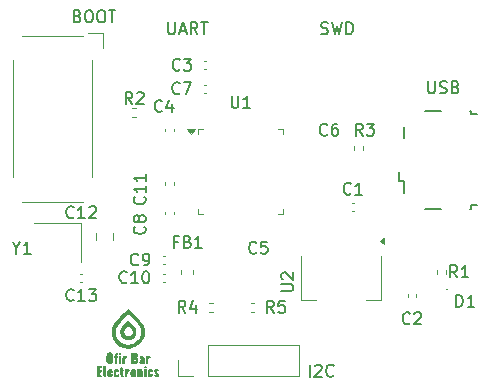
<source format=gbr>
%TF.GenerationSoftware,KiCad,Pcbnew,8.0.3*%
%TF.CreationDate,2025-07-01T21:47:02+03:00*%
%TF.ProjectId,stm,73746d2e-6b69-4636-9164-5f7063625858,rev?*%
%TF.SameCoordinates,Original*%
%TF.FileFunction,Legend,Top*%
%TF.FilePolarity,Positive*%
%FSLAX46Y46*%
G04 Gerber Fmt 4.6, Leading zero omitted, Abs format (unit mm)*
G04 Created by KiCad (PCBNEW 8.0.3) date 2025-07-01 21:47:02*
%MOMM*%
%LPD*%
G01*
G04 APERTURE LIST*
%ADD10C,0.200000*%
%ADD11C,0.150000*%
%ADD12C,0.000000*%
%ADD13C,0.120000*%
%ADD14C,0.100000*%
G04 APERTURE END LIST*
D10*
X118369673Y-91867219D02*
X118369673Y-90867219D01*
X118798244Y-90962457D02*
X118845863Y-90914838D01*
X118845863Y-90914838D02*
X118941101Y-90867219D01*
X118941101Y-90867219D02*
X119179196Y-90867219D01*
X119179196Y-90867219D02*
X119274434Y-90914838D01*
X119274434Y-90914838D02*
X119322053Y-90962457D01*
X119322053Y-90962457D02*
X119369672Y-91057695D01*
X119369672Y-91057695D02*
X119369672Y-91152933D01*
X119369672Y-91152933D02*
X119322053Y-91295790D01*
X119322053Y-91295790D02*
X118750625Y-91867219D01*
X118750625Y-91867219D02*
X119369672Y-91867219D01*
X120369672Y-91771980D02*
X120322053Y-91819600D01*
X120322053Y-91819600D02*
X120179196Y-91867219D01*
X120179196Y-91867219D02*
X120083958Y-91867219D01*
X120083958Y-91867219D02*
X119941101Y-91819600D01*
X119941101Y-91819600D02*
X119845863Y-91724361D01*
X119845863Y-91724361D02*
X119798244Y-91629123D01*
X119798244Y-91629123D02*
X119750625Y-91438647D01*
X119750625Y-91438647D02*
X119750625Y-91295790D01*
X119750625Y-91295790D02*
X119798244Y-91105314D01*
X119798244Y-91105314D02*
X119845863Y-91010076D01*
X119845863Y-91010076D02*
X119941101Y-90914838D01*
X119941101Y-90914838D02*
X120083958Y-90867219D01*
X120083958Y-90867219D02*
X120179196Y-90867219D01*
X120179196Y-90867219D02*
X120322053Y-90914838D01*
X120322053Y-90914838D02*
X120369672Y-90962457D01*
X128369673Y-66867219D02*
X128369673Y-67676742D01*
X128369673Y-67676742D02*
X128417292Y-67771980D01*
X128417292Y-67771980D02*
X128464911Y-67819600D01*
X128464911Y-67819600D02*
X128560149Y-67867219D01*
X128560149Y-67867219D02*
X128750625Y-67867219D01*
X128750625Y-67867219D02*
X128845863Y-67819600D01*
X128845863Y-67819600D02*
X128893482Y-67771980D01*
X128893482Y-67771980D02*
X128941101Y-67676742D01*
X128941101Y-67676742D02*
X128941101Y-66867219D01*
X129369673Y-67819600D02*
X129512530Y-67867219D01*
X129512530Y-67867219D02*
X129750625Y-67867219D01*
X129750625Y-67867219D02*
X129845863Y-67819600D01*
X129845863Y-67819600D02*
X129893482Y-67771980D01*
X129893482Y-67771980D02*
X129941101Y-67676742D01*
X129941101Y-67676742D02*
X129941101Y-67581504D01*
X129941101Y-67581504D02*
X129893482Y-67486266D01*
X129893482Y-67486266D02*
X129845863Y-67438647D01*
X129845863Y-67438647D02*
X129750625Y-67391028D01*
X129750625Y-67391028D02*
X129560149Y-67343409D01*
X129560149Y-67343409D02*
X129464911Y-67295790D01*
X129464911Y-67295790D02*
X129417292Y-67248171D01*
X129417292Y-67248171D02*
X129369673Y-67152933D01*
X129369673Y-67152933D02*
X129369673Y-67057695D01*
X129369673Y-67057695D02*
X129417292Y-66962457D01*
X129417292Y-66962457D02*
X129464911Y-66914838D01*
X129464911Y-66914838D02*
X129560149Y-66867219D01*
X129560149Y-66867219D02*
X129798244Y-66867219D01*
X129798244Y-66867219D02*
X129941101Y-66914838D01*
X130703006Y-67343409D02*
X130845863Y-67391028D01*
X130845863Y-67391028D02*
X130893482Y-67438647D01*
X130893482Y-67438647D02*
X130941101Y-67533885D01*
X130941101Y-67533885D02*
X130941101Y-67676742D01*
X130941101Y-67676742D02*
X130893482Y-67771980D01*
X130893482Y-67771980D02*
X130845863Y-67819600D01*
X130845863Y-67819600D02*
X130750625Y-67867219D01*
X130750625Y-67867219D02*
X130369673Y-67867219D01*
X130369673Y-67867219D02*
X130369673Y-66867219D01*
X130369673Y-66867219D02*
X130703006Y-66867219D01*
X130703006Y-66867219D02*
X130798244Y-66914838D01*
X130798244Y-66914838D02*
X130845863Y-66962457D01*
X130845863Y-66962457D02*
X130893482Y-67057695D01*
X130893482Y-67057695D02*
X130893482Y-67152933D01*
X130893482Y-67152933D02*
X130845863Y-67248171D01*
X130845863Y-67248171D02*
X130798244Y-67295790D01*
X130798244Y-67295790D02*
X130703006Y-67343409D01*
X130703006Y-67343409D02*
X130369673Y-67343409D01*
X98703006Y-61343409D02*
X98845863Y-61391028D01*
X98845863Y-61391028D02*
X98893482Y-61438647D01*
X98893482Y-61438647D02*
X98941101Y-61533885D01*
X98941101Y-61533885D02*
X98941101Y-61676742D01*
X98941101Y-61676742D02*
X98893482Y-61771980D01*
X98893482Y-61771980D02*
X98845863Y-61819600D01*
X98845863Y-61819600D02*
X98750625Y-61867219D01*
X98750625Y-61867219D02*
X98369673Y-61867219D01*
X98369673Y-61867219D02*
X98369673Y-60867219D01*
X98369673Y-60867219D02*
X98703006Y-60867219D01*
X98703006Y-60867219D02*
X98798244Y-60914838D01*
X98798244Y-60914838D02*
X98845863Y-60962457D01*
X98845863Y-60962457D02*
X98893482Y-61057695D01*
X98893482Y-61057695D02*
X98893482Y-61152933D01*
X98893482Y-61152933D02*
X98845863Y-61248171D01*
X98845863Y-61248171D02*
X98798244Y-61295790D01*
X98798244Y-61295790D02*
X98703006Y-61343409D01*
X98703006Y-61343409D02*
X98369673Y-61343409D01*
X99560149Y-60867219D02*
X99750625Y-60867219D01*
X99750625Y-60867219D02*
X99845863Y-60914838D01*
X99845863Y-60914838D02*
X99941101Y-61010076D01*
X99941101Y-61010076D02*
X99988720Y-61200552D01*
X99988720Y-61200552D02*
X99988720Y-61533885D01*
X99988720Y-61533885D02*
X99941101Y-61724361D01*
X99941101Y-61724361D02*
X99845863Y-61819600D01*
X99845863Y-61819600D02*
X99750625Y-61867219D01*
X99750625Y-61867219D02*
X99560149Y-61867219D01*
X99560149Y-61867219D02*
X99464911Y-61819600D01*
X99464911Y-61819600D02*
X99369673Y-61724361D01*
X99369673Y-61724361D02*
X99322054Y-61533885D01*
X99322054Y-61533885D02*
X99322054Y-61200552D01*
X99322054Y-61200552D02*
X99369673Y-61010076D01*
X99369673Y-61010076D02*
X99464911Y-60914838D01*
X99464911Y-60914838D02*
X99560149Y-60867219D01*
X100607768Y-60867219D02*
X100798244Y-60867219D01*
X100798244Y-60867219D02*
X100893482Y-60914838D01*
X100893482Y-60914838D02*
X100988720Y-61010076D01*
X100988720Y-61010076D02*
X101036339Y-61200552D01*
X101036339Y-61200552D02*
X101036339Y-61533885D01*
X101036339Y-61533885D02*
X100988720Y-61724361D01*
X100988720Y-61724361D02*
X100893482Y-61819600D01*
X100893482Y-61819600D02*
X100798244Y-61867219D01*
X100798244Y-61867219D02*
X100607768Y-61867219D01*
X100607768Y-61867219D02*
X100512530Y-61819600D01*
X100512530Y-61819600D02*
X100417292Y-61724361D01*
X100417292Y-61724361D02*
X100369673Y-61533885D01*
X100369673Y-61533885D02*
X100369673Y-61200552D01*
X100369673Y-61200552D02*
X100417292Y-61010076D01*
X100417292Y-61010076D02*
X100512530Y-60914838D01*
X100512530Y-60914838D02*
X100607768Y-60867219D01*
X101322054Y-60867219D02*
X101893482Y-60867219D01*
X101607768Y-61867219D02*
X101607768Y-60867219D01*
X119322054Y-62819600D02*
X119464911Y-62867219D01*
X119464911Y-62867219D02*
X119703006Y-62867219D01*
X119703006Y-62867219D02*
X119798244Y-62819600D01*
X119798244Y-62819600D02*
X119845863Y-62771980D01*
X119845863Y-62771980D02*
X119893482Y-62676742D01*
X119893482Y-62676742D02*
X119893482Y-62581504D01*
X119893482Y-62581504D02*
X119845863Y-62486266D01*
X119845863Y-62486266D02*
X119798244Y-62438647D01*
X119798244Y-62438647D02*
X119703006Y-62391028D01*
X119703006Y-62391028D02*
X119512530Y-62343409D01*
X119512530Y-62343409D02*
X119417292Y-62295790D01*
X119417292Y-62295790D02*
X119369673Y-62248171D01*
X119369673Y-62248171D02*
X119322054Y-62152933D01*
X119322054Y-62152933D02*
X119322054Y-62057695D01*
X119322054Y-62057695D02*
X119369673Y-61962457D01*
X119369673Y-61962457D02*
X119417292Y-61914838D01*
X119417292Y-61914838D02*
X119512530Y-61867219D01*
X119512530Y-61867219D02*
X119750625Y-61867219D01*
X119750625Y-61867219D02*
X119893482Y-61914838D01*
X120226816Y-61867219D02*
X120464911Y-62867219D01*
X120464911Y-62867219D02*
X120655387Y-62152933D01*
X120655387Y-62152933D02*
X120845863Y-62867219D01*
X120845863Y-62867219D02*
X121083959Y-61867219D01*
X121464911Y-62867219D02*
X121464911Y-61867219D01*
X121464911Y-61867219D02*
X121703006Y-61867219D01*
X121703006Y-61867219D02*
X121845863Y-61914838D01*
X121845863Y-61914838D02*
X121941101Y-62010076D01*
X121941101Y-62010076D02*
X121988720Y-62105314D01*
X121988720Y-62105314D02*
X122036339Y-62295790D01*
X122036339Y-62295790D02*
X122036339Y-62438647D01*
X122036339Y-62438647D02*
X121988720Y-62629123D01*
X121988720Y-62629123D02*
X121941101Y-62724361D01*
X121941101Y-62724361D02*
X121845863Y-62819600D01*
X121845863Y-62819600D02*
X121703006Y-62867219D01*
X121703006Y-62867219D02*
X121464911Y-62867219D01*
X106369673Y-61867219D02*
X106369673Y-62676742D01*
X106369673Y-62676742D02*
X106417292Y-62771980D01*
X106417292Y-62771980D02*
X106464911Y-62819600D01*
X106464911Y-62819600D02*
X106560149Y-62867219D01*
X106560149Y-62867219D02*
X106750625Y-62867219D01*
X106750625Y-62867219D02*
X106845863Y-62819600D01*
X106845863Y-62819600D02*
X106893482Y-62771980D01*
X106893482Y-62771980D02*
X106941101Y-62676742D01*
X106941101Y-62676742D02*
X106941101Y-61867219D01*
X107369673Y-62581504D02*
X107845863Y-62581504D01*
X107274435Y-62867219D02*
X107607768Y-61867219D01*
X107607768Y-61867219D02*
X107941101Y-62867219D01*
X108845863Y-62867219D02*
X108512530Y-62391028D01*
X108274435Y-62867219D02*
X108274435Y-61867219D01*
X108274435Y-61867219D02*
X108655387Y-61867219D01*
X108655387Y-61867219D02*
X108750625Y-61914838D01*
X108750625Y-61914838D02*
X108798244Y-61962457D01*
X108798244Y-61962457D02*
X108845863Y-62057695D01*
X108845863Y-62057695D02*
X108845863Y-62200552D01*
X108845863Y-62200552D02*
X108798244Y-62295790D01*
X108798244Y-62295790D02*
X108750625Y-62343409D01*
X108750625Y-62343409D02*
X108655387Y-62391028D01*
X108655387Y-62391028D02*
X108274435Y-62391028D01*
X109131578Y-61867219D02*
X109703006Y-61867219D01*
X109417292Y-62867219D02*
X109417292Y-61867219D01*
D11*
X93523809Y-80978628D02*
X93523809Y-81454819D01*
X93190476Y-80454819D02*
X93523809Y-80978628D01*
X93523809Y-80978628D02*
X93857142Y-80454819D01*
X94714285Y-81454819D02*
X94142857Y-81454819D01*
X94428571Y-81454819D02*
X94428571Y-80454819D01*
X94428571Y-80454819D02*
X94333333Y-80597676D01*
X94333333Y-80597676D02*
X94238095Y-80692914D01*
X94238095Y-80692914D02*
X94142857Y-80740533D01*
X115954819Y-84611904D02*
X116764342Y-84611904D01*
X116764342Y-84611904D02*
X116859580Y-84564285D01*
X116859580Y-84564285D02*
X116907200Y-84516666D01*
X116907200Y-84516666D02*
X116954819Y-84421428D01*
X116954819Y-84421428D02*
X116954819Y-84230952D01*
X116954819Y-84230952D02*
X116907200Y-84135714D01*
X116907200Y-84135714D02*
X116859580Y-84088095D01*
X116859580Y-84088095D02*
X116764342Y-84040476D01*
X116764342Y-84040476D02*
X115954819Y-84040476D01*
X116050057Y-83611904D02*
X116002438Y-83564285D01*
X116002438Y-83564285D02*
X115954819Y-83469047D01*
X115954819Y-83469047D02*
X115954819Y-83230952D01*
X115954819Y-83230952D02*
X116002438Y-83135714D01*
X116002438Y-83135714D02*
X116050057Y-83088095D01*
X116050057Y-83088095D02*
X116145295Y-83040476D01*
X116145295Y-83040476D02*
X116240533Y-83040476D01*
X116240533Y-83040476D02*
X116383390Y-83088095D01*
X116383390Y-83088095D02*
X116954819Y-83659523D01*
X116954819Y-83659523D02*
X116954819Y-83040476D01*
X111738095Y-68104819D02*
X111738095Y-68914342D01*
X111738095Y-68914342D02*
X111785714Y-69009580D01*
X111785714Y-69009580D02*
X111833333Y-69057200D01*
X111833333Y-69057200D02*
X111928571Y-69104819D01*
X111928571Y-69104819D02*
X112119047Y-69104819D01*
X112119047Y-69104819D02*
X112214285Y-69057200D01*
X112214285Y-69057200D02*
X112261904Y-69009580D01*
X112261904Y-69009580D02*
X112309523Y-68914342D01*
X112309523Y-68914342D02*
X112309523Y-68104819D01*
X113309523Y-69104819D02*
X112738095Y-69104819D01*
X113023809Y-69104819D02*
X113023809Y-68104819D01*
X113023809Y-68104819D02*
X112928571Y-68247676D01*
X112928571Y-68247676D02*
X112833333Y-68342914D01*
X112833333Y-68342914D02*
X112738095Y-68390533D01*
X115323333Y-86454819D02*
X114990000Y-85978628D01*
X114751905Y-86454819D02*
X114751905Y-85454819D01*
X114751905Y-85454819D02*
X115132857Y-85454819D01*
X115132857Y-85454819D02*
X115228095Y-85502438D01*
X115228095Y-85502438D02*
X115275714Y-85550057D01*
X115275714Y-85550057D02*
X115323333Y-85645295D01*
X115323333Y-85645295D02*
X115323333Y-85788152D01*
X115323333Y-85788152D02*
X115275714Y-85883390D01*
X115275714Y-85883390D02*
X115228095Y-85931009D01*
X115228095Y-85931009D02*
X115132857Y-85978628D01*
X115132857Y-85978628D02*
X114751905Y-85978628D01*
X116228095Y-85454819D02*
X115751905Y-85454819D01*
X115751905Y-85454819D02*
X115704286Y-85931009D01*
X115704286Y-85931009D02*
X115751905Y-85883390D01*
X115751905Y-85883390D02*
X115847143Y-85835771D01*
X115847143Y-85835771D02*
X116085238Y-85835771D01*
X116085238Y-85835771D02*
X116180476Y-85883390D01*
X116180476Y-85883390D02*
X116228095Y-85931009D01*
X116228095Y-85931009D02*
X116275714Y-86026247D01*
X116275714Y-86026247D02*
X116275714Y-86264342D01*
X116275714Y-86264342D02*
X116228095Y-86359580D01*
X116228095Y-86359580D02*
X116180476Y-86407200D01*
X116180476Y-86407200D02*
X116085238Y-86454819D01*
X116085238Y-86454819D02*
X115847143Y-86454819D01*
X115847143Y-86454819D02*
X115751905Y-86407200D01*
X115751905Y-86407200D02*
X115704286Y-86359580D01*
X107833333Y-86454819D02*
X107500000Y-85978628D01*
X107261905Y-86454819D02*
X107261905Y-85454819D01*
X107261905Y-85454819D02*
X107642857Y-85454819D01*
X107642857Y-85454819D02*
X107738095Y-85502438D01*
X107738095Y-85502438D02*
X107785714Y-85550057D01*
X107785714Y-85550057D02*
X107833333Y-85645295D01*
X107833333Y-85645295D02*
X107833333Y-85788152D01*
X107833333Y-85788152D02*
X107785714Y-85883390D01*
X107785714Y-85883390D02*
X107738095Y-85931009D01*
X107738095Y-85931009D02*
X107642857Y-85978628D01*
X107642857Y-85978628D02*
X107261905Y-85978628D01*
X108690476Y-85788152D02*
X108690476Y-86454819D01*
X108452381Y-85407200D02*
X108214286Y-86121485D01*
X108214286Y-86121485D02*
X108833333Y-86121485D01*
X122833333Y-71454819D02*
X122500000Y-70978628D01*
X122261905Y-71454819D02*
X122261905Y-70454819D01*
X122261905Y-70454819D02*
X122642857Y-70454819D01*
X122642857Y-70454819D02*
X122738095Y-70502438D01*
X122738095Y-70502438D02*
X122785714Y-70550057D01*
X122785714Y-70550057D02*
X122833333Y-70645295D01*
X122833333Y-70645295D02*
X122833333Y-70788152D01*
X122833333Y-70788152D02*
X122785714Y-70883390D01*
X122785714Y-70883390D02*
X122738095Y-70931009D01*
X122738095Y-70931009D02*
X122642857Y-70978628D01*
X122642857Y-70978628D02*
X122261905Y-70978628D01*
X123166667Y-70454819D02*
X123785714Y-70454819D01*
X123785714Y-70454819D02*
X123452381Y-70835771D01*
X123452381Y-70835771D02*
X123595238Y-70835771D01*
X123595238Y-70835771D02*
X123690476Y-70883390D01*
X123690476Y-70883390D02*
X123738095Y-70931009D01*
X123738095Y-70931009D02*
X123785714Y-71026247D01*
X123785714Y-71026247D02*
X123785714Y-71264342D01*
X123785714Y-71264342D02*
X123738095Y-71359580D01*
X123738095Y-71359580D02*
X123690476Y-71407200D01*
X123690476Y-71407200D02*
X123595238Y-71454819D01*
X123595238Y-71454819D02*
X123309524Y-71454819D01*
X123309524Y-71454819D02*
X123214286Y-71407200D01*
X123214286Y-71407200D02*
X123166667Y-71359580D01*
X103333333Y-68784819D02*
X103000000Y-68308628D01*
X102761905Y-68784819D02*
X102761905Y-67784819D01*
X102761905Y-67784819D02*
X103142857Y-67784819D01*
X103142857Y-67784819D02*
X103238095Y-67832438D01*
X103238095Y-67832438D02*
X103285714Y-67880057D01*
X103285714Y-67880057D02*
X103333333Y-67975295D01*
X103333333Y-67975295D02*
X103333333Y-68118152D01*
X103333333Y-68118152D02*
X103285714Y-68213390D01*
X103285714Y-68213390D02*
X103238095Y-68261009D01*
X103238095Y-68261009D02*
X103142857Y-68308628D01*
X103142857Y-68308628D02*
X102761905Y-68308628D01*
X103714286Y-67880057D02*
X103761905Y-67832438D01*
X103761905Y-67832438D02*
X103857143Y-67784819D01*
X103857143Y-67784819D02*
X104095238Y-67784819D01*
X104095238Y-67784819D02*
X104190476Y-67832438D01*
X104190476Y-67832438D02*
X104238095Y-67880057D01*
X104238095Y-67880057D02*
X104285714Y-67975295D01*
X104285714Y-67975295D02*
X104285714Y-68070533D01*
X104285714Y-68070533D02*
X104238095Y-68213390D01*
X104238095Y-68213390D02*
X103666667Y-68784819D01*
X103666667Y-68784819D02*
X104285714Y-68784819D01*
X130833333Y-83454819D02*
X130500000Y-82978628D01*
X130261905Y-83454819D02*
X130261905Y-82454819D01*
X130261905Y-82454819D02*
X130642857Y-82454819D01*
X130642857Y-82454819D02*
X130738095Y-82502438D01*
X130738095Y-82502438D02*
X130785714Y-82550057D01*
X130785714Y-82550057D02*
X130833333Y-82645295D01*
X130833333Y-82645295D02*
X130833333Y-82788152D01*
X130833333Y-82788152D02*
X130785714Y-82883390D01*
X130785714Y-82883390D02*
X130738095Y-82931009D01*
X130738095Y-82931009D02*
X130642857Y-82978628D01*
X130642857Y-82978628D02*
X130261905Y-82978628D01*
X131785714Y-83454819D02*
X131214286Y-83454819D01*
X131500000Y-83454819D02*
X131500000Y-82454819D01*
X131500000Y-82454819D02*
X131404762Y-82597676D01*
X131404762Y-82597676D02*
X131309524Y-82692914D01*
X131309524Y-82692914D02*
X131214286Y-82740533D01*
X107166666Y-80431009D02*
X106833333Y-80431009D01*
X106833333Y-80954819D02*
X106833333Y-79954819D01*
X106833333Y-79954819D02*
X107309523Y-79954819D01*
X108023809Y-80431009D02*
X108166666Y-80478628D01*
X108166666Y-80478628D02*
X108214285Y-80526247D01*
X108214285Y-80526247D02*
X108261904Y-80621485D01*
X108261904Y-80621485D02*
X108261904Y-80764342D01*
X108261904Y-80764342D02*
X108214285Y-80859580D01*
X108214285Y-80859580D02*
X108166666Y-80907200D01*
X108166666Y-80907200D02*
X108071428Y-80954819D01*
X108071428Y-80954819D02*
X107690476Y-80954819D01*
X107690476Y-80954819D02*
X107690476Y-79954819D01*
X107690476Y-79954819D02*
X108023809Y-79954819D01*
X108023809Y-79954819D02*
X108119047Y-80002438D01*
X108119047Y-80002438D02*
X108166666Y-80050057D01*
X108166666Y-80050057D02*
X108214285Y-80145295D01*
X108214285Y-80145295D02*
X108214285Y-80240533D01*
X108214285Y-80240533D02*
X108166666Y-80335771D01*
X108166666Y-80335771D02*
X108119047Y-80383390D01*
X108119047Y-80383390D02*
X108023809Y-80431009D01*
X108023809Y-80431009D02*
X107690476Y-80431009D01*
X109214285Y-80954819D02*
X108642857Y-80954819D01*
X108928571Y-80954819D02*
X108928571Y-79954819D01*
X108928571Y-79954819D02*
X108833333Y-80097676D01*
X108833333Y-80097676D02*
X108738095Y-80192914D01*
X108738095Y-80192914D02*
X108642857Y-80240533D01*
X130761905Y-85954819D02*
X130761905Y-84954819D01*
X130761905Y-84954819D02*
X131000000Y-84954819D01*
X131000000Y-84954819D02*
X131142857Y-85002438D01*
X131142857Y-85002438D02*
X131238095Y-85097676D01*
X131238095Y-85097676D02*
X131285714Y-85192914D01*
X131285714Y-85192914D02*
X131333333Y-85383390D01*
X131333333Y-85383390D02*
X131333333Y-85526247D01*
X131333333Y-85526247D02*
X131285714Y-85716723D01*
X131285714Y-85716723D02*
X131238095Y-85811961D01*
X131238095Y-85811961D02*
X131142857Y-85907200D01*
X131142857Y-85907200D02*
X131000000Y-85954819D01*
X131000000Y-85954819D02*
X130761905Y-85954819D01*
X132285714Y-85954819D02*
X131714286Y-85954819D01*
X132000000Y-85954819D02*
X132000000Y-84954819D01*
X132000000Y-84954819D02*
X131904762Y-85097676D01*
X131904762Y-85097676D02*
X131809524Y-85192914D01*
X131809524Y-85192914D02*
X131714286Y-85240533D01*
X98357142Y-85359580D02*
X98309523Y-85407200D01*
X98309523Y-85407200D02*
X98166666Y-85454819D01*
X98166666Y-85454819D02*
X98071428Y-85454819D01*
X98071428Y-85454819D02*
X97928571Y-85407200D01*
X97928571Y-85407200D02*
X97833333Y-85311961D01*
X97833333Y-85311961D02*
X97785714Y-85216723D01*
X97785714Y-85216723D02*
X97738095Y-85026247D01*
X97738095Y-85026247D02*
X97738095Y-84883390D01*
X97738095Y-84883390D02*
X97785714Y-84692914D01*
X97785714Y-84692914D02*
X97833333Y-84597676D01*
X97833333Y-84597676D02*
X97928571Y-84502438D01*
X97928571Y-84502438D02*
X98071428Y-84454819D01*
X98071428Y-84454819D02*
X98166666Y-84454819D01*
X98166666Y-84454819D02*
X98309523Y-84502438D01*
X98309523Y-84502438D02*
X98357142Y-84550057D01*
X99309523Y-85454819D02*
X98738095Y-85454819D01*
X99023809Y-85454819D02*
X99023809Y-84454819D01*
X99023809Y-84454819D02*
X98928571Y-84597676D01*
X98928571Y-84597676D02*
X98833333Y-84692914D01*
X98833333Y-84692914D02*
X98738095Y-84740533D01*
X99642857Y-84454819D02*
X100261904Y-84454819D01*
X100261904Y-84454819D02*
X99928571Y-84835771D01*
X99928571Y-84835771D02*
X100071428Y-84835771D01*
X100071428Y-84835771D02*
X100166666Y-84883390D01*
X100166666Y-84883390D02*
X100214285Y-84931009D01*
X100214285Y-84931009D02*
X100261904Y-85026247D01*
X100261904Y-85026247D02*
X100261904Y-85264342D01*
X100261904Y-85264342D02*
X100214285Y-85359580D01*
X100214285Y-85359580D02*
X100166666Y-85407200D01*
X100166666Y-85407200D02*
X100071428Y-85454819D01*
X100071428Y-85454819D02*
X99785714Y-85454819D01*
X99785714Y-85454819D02*
X99690476Y-85407200D01*
X99690476Y-85407200D02*
X99642857Y-85359580D01*
X98357142Y-78359580D02*
X98309523Y-78407200D01*
X98309523Y-78407200D02*
X98166666Y-78454819D01*
X98166666Y-78454819D02*
X98071428Y-78454819D01*
X98071428Y-78454819D02*
X97928571Y-78407200D01*
X97928571Y-78407200D02*
X97833333Y-78311961D01*
X97833333Y-78311961D02*
X97785714Y-78216723D01*
X97785714Y-78216723D02*
X97738095Y-78026247D01*
X97738095Y-78026247D02*
X97738095Y-77883390D01*
X97738095Y-77883390D02*
X97785714Y-77692914D01*
X97785714Y-77692914D02*
X97833333Y-77597676D01*
X97833333Y-77597676D02*
X97928571Y-77502438D01*
X97928571Y-77502438D02*
X98071428Y-77454819D01*
X98071428Y-77454819D02*
X98166666Y-77454819D01*
X98166666Y-77454819D02*
X98309523Y-77502438D01*
X98309523Y-77502438D02*
X98357142Y-77550057D01*
X99309523Y-78454819D02*
X98738095Y-78454819D01*
X99023809Y-78454819D02*
X99023809Y-77454819D01*
X99023809Y-77454819D02*
X98928571Y-77597676D01*
X98928571Y-77597676D02*
X98833333Y-77692914D01*
X98833333Y-77692914D02*
X98738095Y-77740533D01*
X99690476Y-77550057D02*
X99738095Y-77502438D01*
X99738095Y-77502438D02*
X99833333Y-77454819D01*
X99833333Y-77454819D02*
X100071428Y-77454819D01*
X100071428Y-77454819D02*
X100166666Y-77502438D01*
X100166666Y-77502438D02*
X100214285Y-77550057D01*
X100214285Y-77550057D02*
X100261904Y-77645295D01*
X100261904Y-77645295D02*
X100261904Y-77740533D01*
X100261904Y-77740533D02*
X100214285Y-77883390D01*
X100214285Y-77883390D02*
X99642857Y-78454819D01*
X99642857Y-78454819D02*
X100261904Y-78454819D01*
X102857142Y-83859580D02*
X102809523Y-83907200D01*
X102809523Y-83907200D02*
X102666666Y-83954819D01*
X102666666Y-83954819D02*
X102571428Y-83954819D01*
X102571428Y-83954819D02*
X102428571Y-83907200D01*
X102428571Y-83907200D02*
X102333333Y-83811961D01*
X102333333Y-83811961D02*
X102285714Y-83716723D01*
X102285714Y-83716723D02*
X102238095Y-83526247D01*
X102238095Y-83526247D02*
X102238095Y-83383390D01*
X102238095Y-83383390D02*
X102285714Y-83192914D01*
X102285714Y-83192914D02*
X102333333Y-83097676D01*
X102333333Y-83097676D02*
X102428571Y-83002438D01*
X102428571Y-83002438D02*
X102571428Y-82954819D01*
X102571428Y-82954819D02*
X102666666Y-82954819D01*
X102666666Y-82954819D02*
X102809523Y-83002438D01*
X102809523Y-83002438D02*
X102857142Y-83050057D01*
X103809523Y-83954819D02*
X103238095Y-83954819D01*
X103523809Y-83954819D02*
X103523809Y-82954819D01*
X103523809Y-82954819D02*
X103428571Y-83097676D01*
X103428571Y-83097676D02*
X103333333Y-83192914D01*
X103333333Y-83192914D02*
X103238095Y-83240533D01*
X104428571Y-82954819D02*
X104523809Y-82954819D01*
X104523809Y-82954819D02*
X104619047Y-83002438D01*
X104619047Y-83002438D02*
X104666666Y-83050057D01*
X104666666Y-83050057D02*
X104714285Y-83145295D01*
X104714285Y-83145295D02*
X104761904Y-83335771D01*
X104761904Y-83335771D02*
X104761904Y-83573866D01*
X104761904Y-83573866D02*
X104714285Y-83764342D01*
X104714285Y-83764342D02*
X104666666Y-83859580D01*
X104666666Y-83859580D02*
X104619047Y-83907200D01*
X104619047Y-83907200D02*
X104523809Y-83954819D01*
X104523809Y-83954819D02*
X104428571Y-83954819D01*
X104428571Y-83954819D02*
X104333333Y-83907200D01*
X104333333Y-83907200D02*
X104285714Y-83859580D01*
X104285714Y-83859580D02*
X104238095Y-83764342D01*
X104238095Y-83764342D02*
X104190476Y-83573866D01*
X104190476Y-83573866D02*
X104190476Y-83335771D01*
X104190476Y-83335771D02*
X104238095Y-83145295D01*
X104238095Y-83145295D02*
X104285714Y-83050057D01*
X104285714Y-83050057D02*
X104333333Y-83002438D01*
X104333333Y-83002438D02*
X104428571Y-82954819D01*
X103833333Y-82359580D02*
X103785714Y-82407200D01*
X103785714Y-82407200D02*
X103642857Y-82454819D01*
X103642857Y-82454819D02*
X103547619Y-82454819D01*
X103547619Y-82454819D02*
X103404762Y-82407200D01*
X103404762Y-82407200D02*
X103309524Y-82311961D01*
X103309524Y-82311961D02*
X103261905Y-82216723D01*
X103261905Y-82216723D02*
X103214286Y-82026247D01*
X103214286Y-82026247D02*
X103214286Y-81883390D01*
X103214286Y-81883390D02*
X103261905Y-81692914D01*
X103261905Y-81692914D02*
X103309524Y-81597676D01*
X103309524Y-81597676D02*
X103404762Y-81502438D01*
X103404762Y-81502438D02*
X103547619Y-81454819D01*
X103547619Y-81454819D02*
X103642857Y-81454819D01*
X103642857Y-81454819D02*
X103785714Y-81502438D01*
X103785714Y-81502438D02*
X103833333Y-81550057D01*
X104309524Y-82454819D02*
X104500000Y-82454819D01*
X104500000Y-82454819D02*
X104595238Y-82407200D01*
X104595238Y-82407200D02*
X104642857Y-82359580D01*
X104642857Y-82359580D02*
X104738095Y-82216723D01*
X104738095Y-82216723D02*
X104785714Y-82026247D01*
X104785714Y-82026247D02*
X104785714Y-81645295D01*
X104785714Y-81645295D02*
X104738095Y-81550057D01*
X104738095Y-81550057D02*
X104690476Y-81502438D01*
X104690476Y-81502438D02*
X104595238Y-81454819D01*
X104595238Y-81454819D02*
X104404762Y-81454819D01*
X104404762Y-81454819D02*
X104309524Y-81502438D01*
X104309524Y-81502438D02*
X104261905Y-81550057D01*
X104261905Y-81550057D02*
X104214286Y-81645295D01*
X104214286Y-81645295D02*
X104214286Y-81883390D01*
X104214286Y-81883390D02*
X104261905Y-81978628D01*
X104261905Y-81978628D02*
X104309524Y-82026247D01*
X104309524Y-82026247D02*
X104404762Y-82073866D01*
X104404762Y-82073866D02*
X104595238Y-82073866D01*
X104595238Y-82073866D02*
X104690476Y-82026247D01*
X104690476Y-82026247D02*
X104738095Y-81978628D01*
X104738095Y-81978628D02*
X104785714Y-81883390D01*
X104359580Y-79166666D02*
X104407200Y-79214285D01*
X104407200Y-79214285D02*
X104454819Y-79357142D01*
X104454819Y-79357142D02*
X104454819Y-79452380D01*
X104454819Y-79452380D02*
X104407200Y-79595237D01*
X104407200Y-79595237D02*
X104311961Y-79690475D01*
X104311961Y-79690475D02*
X104216723Y-79738094D01*
X104216723Y-79738094D02*
X104026247Y-79785713D01*
X104026247Y-79785713D02*
X103883390Y-79785713D01*
X103883390Y-79785713D02*
X103692914Y-79738094D01*
X103692914Y-79738094D02*
X103597676Y-79690475D01*
X103597676Y-79690475D02*
X103502438Y-79595237D01*
X103502438Y-79595237D02*
X103454819Y-79452380D01*
X103454819Y-79452380D02*
X103454819Y-79357142D01*
X103454819Y-79357142D02*
X103502438Y-79214285D01*
X103502438Y-79214285D02*
X103550057Y-79166666D01*
X103883390Y-78595237D02*
X103835771Y-78690475D01*
X103835771Y-78690475D02*
X103788152Y-78738094D01*
X103788152Y-78738094D02*
X103692914Y-78785713D01*
X103692914Y-78785713D02*
X103645295Y-78785713D01*
X103645295Y-78785713D02*
X103550057Y-78738094D01*
X103550057Y-78738094D02*
X103502438Y-78690475D01*
X103502438Y-78690475D02*
X103454819Y-78595237D01*
X103454819Y-78595237D02*
X103454819Y-78404761D01*
X103454819Y-78404761D02*
X103502438Y-78309523D01*
X103502438Y-78309523D02*
X103550057Y-78261904D01*
X103550057Y-78261904D02*
X103645295Y-78214285D01*
X103645295Y-78214285D02*
X103692914Y-78214285D01*
X103692914Y-78214285D02*
X103788152Y-78261904D01*
X103788152Y-78261904D02*
X103835771Y-78309523D01*
X103835771Y-78309523D02*
X103883390Y-78404761D01*
X103883390Y-78404761D02*
X103883390Y-78595237D01*
X103883390Y-78595237D02*
X103931009Y-78690475D01*
X103931009Y-78690475D02*
X103978628Y-78738094D01*
X103978628Y-78738094D02*
X104073866Y-78785713D01*
X104073866Y-78785713D02*
X104264342Y-78785713D01*
X104264342Y-78785713D02*
X104359580Y-78738094D01*
X104359580Y-78738094D02*
X104407200Y-78690475D01*
X104407200Y-78690475D02*
X104454819Y-78595237D01*
X104454819Y-78595237D02*
X104454819Y-78404761D01*
X104454819Y-78404761D02*
X104407200Y-78309523D01*
X104407200Y-78309523D02*
X104359580Y-78261904D01*
X104359580Y-78261904D02*
X104264342Y-78214285D01*
X104264342Y-78214285D02*
X104073866Y-78214285D01*
X104073866Y-78214285D02*
X103978628Y-78261904D01*
X103978628Y-78261904D02*
X103931009Y-78309523D01*
X103931009Y-78309523D02*
X103883390Y-78404761D01*
X107333333Y-67859580D02*
X107285714Y-67907200D01*
X107285714Y-67907200D02*
X107142857Y-67954819D01*
X107142857Y-67954819D02*
X107047619Y-67954819D01*
X107047619Y-67954819D02*
X106904762Y-67907200D01*
X106904762Y-67907200D02*
X106809524Y-67811961D01*
X106809524Y-67811961D02*
X106761905Y-67716723D01*
X106761905Y-67716723D02*
X106714286Y-67526247D01*
X106714286Y-67526247D02*
X106714286Y-67383390D01*
X106714286Y-67383390D02*
X106761905Y-67192914D01*
X106761905Y-67192914D02*
X106809524Y-67097676D01*
X106809524Y-67097676D02*
X106904762Y-67002438D01*
X106904762Y-67002438D02*
X107047619Y-66954819D01*
X107047619Y-66954819D02*
X107142857Y-66954819D01*
X107142857Y-66954819D02*
X107285714Y-67002438D01*
X107285714Y-67002438D02*
X107333333Y-67050057D01*
X107666667Y-66954819D02*
X108333333Y-66954819D01*
X108333333Y-66954819D02*
X107904762Y-67954819D01*
X119833333Y-71359580D02*
X119785714Y-71407200D01*
X119785714Y-71407200D02*
X119642857Y-71454819D01*
X119642857Y-71454819D02*
X119547619Y-71454819D01*
X119547619Y-71454819D02*
X119404762Y-71407200D01*
X119404762Y-71407200D02*
X119309524Y-71311961D01*
X119309524Y-71311961D02*
X119261905Y-71216723D01*
X119261905Y-71216723D02*
X119214286Y-71026247D01*
X119214286Y-71026247D02*
X119214286Y-70883390D01*
X119214286Y-70883390D02*
X119261905Y-70692914D01*
X119261905Y-70692914D02*
X119309524Y-70597676D01*
X119309524Y-70597676D02*
X119404762Y-70502438D01*
X119404762Y-70502438D02*
X119547619Y-70454819D01*
X119547619Y-70454819D02*
X119642857Y-70454819D01*
X119642857Y-70454819D02*
X119785714Y-70502438D01*
X119785714Y-70502438D02*
X119833333Y-70550057D01*
X120690476Y-70454819D02*
X120500000Y-70454819D01*
X120500000Y-70454819D02*
X120404762Y-70502438D01*
X120404762Y-70502438D02*
X120357143Y-70550057D01*
X120357143Y-70550057D02*
X120261905Y-70692914D01*
X120261905Y-70692914D02*
X120214286Y-70883390D01*
X120214286Y-70883390D02*
X120214286Y-71264342D01*
X120214286Y-71264342D02*
X120261905Y-71359580D01*
X120261905Y-71359580D02*
X120309524Y-71407200D01*
X120309524Y-71407200D02*
X120404762Y-71454819D01*
X120404762Y-71454819D02*
X120595238Y-71454819D01*
X120595238Y-71454819D02*
X120690476Y-71407200D01*
X120690476Y-71407200D02*
X120738095Y-71359580D01*
X120738095Y-71359580D02*
X120785714Y-71264342D01*
X120785714Y-71264342D02*
X120785714Y-71026247D01*
X120785714Y-71026247D02*
X120738095Y-70931009D01*
X120738095Y-70931009D02*
X120690476Y-70883390D01*
X120690476Y-70883390D02*
X120595238Y-70835771D01*
X120595238Y-70835771D02*
X120404762Y-70835771D01*
X120404762Y-70835771D02*
X120309524Y-70883390D01*
X120309524Y-70883390D02*
X120261905Y-70931009D01*
X120261905Y-70931009D02*
X120214286Y-71026247D01*
X113833333Y-81359580D02*
X113785714Y-81407200D01*
X113785714Y-81407200D02*
X113642857Y-81454819D01*
X113642857Y-81454819D02*
X113547619Y-81454819D01*
X113547619Y-81454819D02*
X113404762Y-81407200D01*
X113404762Y-81407200D02*
X113309524Y-81311961D01*
X113309524Y-81311961D02*
X113261905Y-81216723D01*
X113261905Y-81216723D02*
X113214286Y-81026247D01*
X113214286Y-81026247D02*
X113214286Y-80883390D01*
X113214286Y-80883390D02*
X113261905Y-80692914D01*
X113261905Y-80692914D02*
X113309524Y-80597676D01*
X113309524Y-80597676D02*
X113404762Y-80502438D01*
X113404762Y-80502438D02*
X113547619Y-80454819D01*
X113547619Y-80454819D02*
X113642857Y-80454819D01*
X113642857Y-80454819D02*
X113785714Y-80502438D01*
X113785714Y-80502438D02*
X113833333Y-80550057D01*
X114738095Y-80454819D02*
X114261905Y-80454819D01*
X114261905Y-80454819D02*
X114214286Y-80931009D01*
X114214286Y-80931009D02*
X114261905Y-80883390D01*
X114261905Y-80883390D02*
X114357143Y-80835771D01*
X114357143Y-80835771D02*
X114595238Y-80835771D01*
X114595238Y-80835771D02*
X114690476Y-80883390D01*
X114690476Y-80883390D02*
X114738095Y-80931009D01*
X114738095Y-80931009D02*
X114785714Y-81026247D01*
X114785714Y-81026247D02*
X114785714Y-81264342D01*
X114785714Y-81264342D02*
X114738095Y-81359580D01*
X114738095Y-81359580D02*
X114690476Y-81407200D01*
X114690476Y-81407200D02*
X114595238Y-81454819D01*
X114595238Y-81454819D02*
X114357143Y-81454819D01*
X114357143Y-81454819D02*
X114261905Y-81407200D01*
X114261905Y-81407200D02*
X114214286Y-81359580D01*
X105833333Y-69359580D02*
X105785714Y-69407200D01*
X105785714Y-69407200D02*
X105642857Y-69454819D01*
X105642857Y-69454819D02*
X105547619Y-69454819D01*
X105547619Y-69454819D02*
X105404762Y-69407200D01*
X105404762Y-69407200D02*
X105309524Y-69311961D01*
X105309524Y-69311961D02*
X105261905Y-69216723D01*
X105261905Y-69216723D02*
X105214286Y-69026247D01*
X105214286Y-69026247D02*
X105214286Y-68883390D01*
X105214286Y-68883390D02*
X105261905Y-68692914D01*
X105261905Y-68692914D02*
X105309524Y-68597676D01*
X105309524Y-68597676D02*
X105404762Y-68502438D01*
X105404762Y-68502438D02*
X105547619Y-68454819D01*
X105547619Y-68454819D02*
X105642857Y-68454819D01*
X105642857Y-68454819D02*
X105785714Y-68502438D01*
X105785714Y-68502438D02*
X105833333Y-68550057D01*
X106690476Y-68788152D02*
X106690476Y-69454819D01*
X106452381Y-68407200D02*
X106214286Y-69121485D01*
X106214286Y-69121485D02*
X106833333Y-69121485D01*
X107353333Y-65859580D02*
X107305714Y-65907200D01*
X107305714Y-65907200D02*
X107162857Y-65954819D01*
X107162857Y-65954819D02*
X107067619Y-65954819D01*
X107067619Y-65954819D02*
X106924762Y-65907200D01*
X106924762Y-65907200D02*
X106829524Y-65811961D01*
X106829524Y-65811961D02*
X106781905Y-65716723D01*
X106781905Y-65716723D02*
X106734286Y-65526247D01*
X106734286Y-65526247D02*
X106734286Y-65383390D01*
X106734286Y-65383390D02*
X106781905Y-65192914D01*
X106781905Y-65192914D02*
X106829524Y-65097676D01*
X106829524Y-65097676D02*
X106924762Y-65002438D01*
X106924762Y-65002438D02*
X107067619Y-64954819D01*
X107067619Y-64954819D02*
X107162857Y-64954819D01*
X107162857Y-64954819D02*
X107305714Y-65002438D01*
X107305714Y-65002438D02*
X107353333Y-65050057D01*
X107686667Y-64954819D02*
X108305714Y-64954819D01*
X108305714Y-64954819D02*
X107972381Y-65335771D01*
X107972381Y-65335771D02*
X108115238Y-65335771D01*
X108115238Y-65335771D02*
X108210476Y-65383390D01*
X108210476Y-65383390D02*
X108258095Y-65431009D01*
X108258095Y-65431009D02*
X108305714Y-65526247D01*
X108305714Y-65526247D02*
X108305714Y-65764342D01*
X108305714Y-65764342D02*
X108258095Y-65859580D01*
X108258095Y-65859580D02*
X108210476Y-65907200D01*
X108210476Y-65907200D02*
X108115238Y-65954819D01*
X108115238Y-65954819D02*
X107829524Y-65954819D01*
X107829524Y-65954819D02*
X107734286Y-65907200D01*
X107734286Y-65907200D02*
X107686667Y-65859580D01*
X126833333Y-87339580D02*
X126785714Y-87387200D01*
X126785714Y-87387200D02*
X126642857Y-87434819D01*
X126642857Y-87434819D02*
X126547619Y-87434819D01*
X126547619Y-87434819D02*
X126404762Y-87387200D01*
X126404762Y-87387200D02*
X126309524Y-87291961D01*
X126309524Y-87291961D02*
X126261905Y-87196723D01*
X126261905Y-87196723D02*
X126214286Y-87006247D01*
X126214286Y-87006247D02*
X126214286Y-86863390D01*
X126214286Y-86863390D02*
X126261905Y-86672914D01*
X126261905Y-86672914D02*
X126309524Y-86577676D01*
X126309524Y-86577676D02*
X126404762Y-86482438D01*
X126404762Y-86482438D02*
X126547619Y-86434819D01*
X126547619Y-86434819D02*
X126642857Y-86434819D01*
X126642857Y-86434819D02*
X126785714Y-86482438D01*
X126785714Y-86482438D02*
X126833333Y-86530057D01*
X127214286Y-86530057D02*
X127261905Y-86482438D01*
X127261905Y-86482438D02*
X127357143Y-86434819D01*
X127357143Y-86434819D02*
X127595238Y-86434819D01*
X127595238Y-86434819D02*
X127690476Y-86482438D01*
X127690476Y-86482438D02*
X127738095Y-86530057D01*
X127738095Y-86530057D02*
X127785714Y-86625295D01*
X127785714Y-86625295D02*
X127785714Y-86720533D01*
X127785714Y-86720533D02*
X127738095Y-86863390D01*
X127738095Y-86863390D02*
X127166667Y-87434819D01*
X127166667Y-87434819D02*
X127785714Y-87434819D01*
X121833333Y-76359580D02*
X121785714Y-76407200D01*
X121785714Y-76407200D02*
X121642857Y-76454819D01*
X121642857Y-76454819D02*
X121547619Y-76454819D01*
X121547619Y-76454819D02*
X121404762Y-76407200D01*
X121404762Y-76407200D02*
X121309524Y-76311961D01*
X121309524Y-76311961D02*
X121261905Y-76216723D01*
X121261905Y-76216723D02*
X121214286Y-76026247D01*
X121214286Y-76026247D02*
X121214286Y-75883390D01*
X121214286Y-75883390D02*
X121261905Y-75692914D01*
X121261905Y-75692914D02*
X121309524Y-75597676D01*
X121309524Y-75597676D02*
X121404762Y-75502438D01*
X121404762Y-75502438D02*
X121547619Y-75454819D01*
X121547619Y-75454819D02*
X121642857Y-75454819D01*
X121642857Y-75454819D02*
X121785714Y-75502438D01*
X121785714Y-75502438D02*
X121833333Y-75550057D01*
X122785714Y-76454819D02*
X122214286Y-76454819D01*
X122500000Y-76454819D02*
X122500000Y-75454819D01*
X122500000Y-75454819D02*
X122404762Y-75597676D01*
X122404762Y-75597676D02*
X122309524Y-75692914D01*
X122309524Y-75692914D02*
X122214286Y-75740533D01*
X104359580Y-76642857D02*
X104407200Y-76690476D01*
X104407200Y-76690476D02*
X104454819Y-76833333D01*
X104454819Y-76833333D02*
X104454819Y-76928571D01*
X104454819Y-76928571D02*
X104407200Y-77071428D01*
X104407200Y-77071428D02*
X104311961Y-77166666D01*
X104311961Y-77166666D02*
X104216723Y-77214285D01*
X104216723Y-77214285D02*
X104026247Y-77261904D01*
X104026247Y-77261904D02*
X103883390Y-77261904D01*
X103883390Y-77261904D02*
X103692914Y-77214285D01*
X103692914Y-77214285D02*
X103597676Y-77166666D01*
X103597676Y-77166666D02*
X103502438Y-77071428D01*
X103502438Y-77071428D02*
X103454819Y-76928571D01*
X103454819Y-76928571D02*
X103454819Y-76833333D01*
X103454819Y-76833333D02*
X103502438Y-76690476D01*
X103502438Y-76690476D02*
X103550057Y-76642857D01*
X104454819Y-75690476D02*
X104454819Y-76261904D01*
X104454819Y-75976190D02*
X103454819Y-75976190D01*
X103454819Y-75976190D02*
X103597676Y-76071428D01*
X103597676Y-76071428D02*
X103692914Y-76166666D01*
X103692914Y-76166666D02*
X103740533Y-76261904D01*
X104454819Y-74738095D02*
X104454819Y-75309523D01*
X104454819Y-75023809D02*
X103454819Y-75023809D01*
X103454819Y-75023809D02*
X103597676Y-75119047D01*
X103597676Y-75119047D02*
X103692914Y-75214285D01*
X103692914Y-75214285D02*
X103740533Y-75309523D01*
D12*
%TO.C,G\u002A\u002A\u002A*%
G36*
X100775535Y-90975175D02*
G01*
X100797867Y-91007791D01*
X100800000Y-91037909D01*
X100777581Y-91101983D01*
X100700000Y-91120000D01*
X100623879Y-91136521D01*
X100600422Y-91201571D01*
X100600000Y-91220000D01*
X100618749Y-91298416D01*
X100680000Y-91320000D01*
X100747357Y-91348687D01*
X100760000Y-91395334D01*
X100726215Y-91465721D01*
X100680000Y-91491589D01*
X100618825Y-91534653D01*
X100600019Y-91631598D01*
X100600000Y-91636255D01*
X100610006Y-91723730D01*
X100653043Y-91756517D01*
X100700000Y-91760000D01*
X100778416Y-91778749D01*
X100800000Y-91840000D01*
X100789538Y-91887867D01*
X100745079Y-91911812D01*
X100647008Y-91919630D01*
X100598744Y-91920000D01*
X100457372Y-91909203D01*
X100384048Y-91878070D01*
X100377264Y-91867295D01*
X100369883Y-91807075D01*
X100366012Y-91686383D01*
X100366014Y-91524686D01*
X100368520Y-91397295D01*
X100380000Y-90980000D01*
X100590000Y-90967909D01*
X100712765Y-90964054D01*
X100775535Y-90975175D01*
G37*
G36*
X101080000Y-91440000D02*
G01*
X101079032Y-91643243D01*
X101074791Y-91779626D01*
X101065273Y-91862278D01*
X101048469Y-91904328D01*
X101022376Y-91918904D01*
X101006666Y-91920000D01*
X100930609Y-91906940D01*
X100906666Y-91893333D01*
X100896032Y-91844877D01*
X100887412Y-91733604D01*
X100881760Y-91576692D01*
X100880000Y-91413333D01*
X100880000Y-90960000D01*
X100980000Y-90960000D01*
X101080000Y-90960000D01*
X101080000Y-91440000D01*
G37*
G36*
X101569803Y-91255164D02*
G01*
X101625661Y-91300978D01*
X101667086Y-91397473D01*
X101680000Y-91487645D01*
X101671349Y-91563265D01*
X101629356Y-91594273D01*
X101540000Y-91600000D01*
X101443509Y-91608948D01*
X101404576Y-91643884D01*
X101400000Y-91680000D01*
X101416750Y-91744998D01*
X101440000Y-91760000D01*
X101475487Y-91727601D01*
X101480000Y-91700000D01*
X101514772Y-91651743D01*
X101580000Y-91640000D01*
X101658984Y-91659289D01*
X101680000Y-91717142D01*
X101644235Y-91823290D01*
X101551174Y-91896740D01*
X101440000Y-91920000D01*
X101333023Y-91898657D01*
X101262857Y-91857142D01*
X101222744Y-91773619D01*
X101202569Y-91643689D01*
X101202810Y-91498541D01*
X101215660Y-91420000D01*
X101400000Y-91420000D01*
X101421598Y-91473230D01*
X101440000Y-91480000D01*
X101475487Y-91447601D01*
X101480000Y-91420000D01*
X101458401Y-91366769D01*
X101440000Y-91360000D01*
X101404512Y-91392398D01*
X101400000Y-91420000D01*
X101215660Y-91420000D01*
X101223944Y-91369366D01*
X101254338Y-91300978D01*
X101340689Y-91242272D01*
X101457938Y-91227000D01*
X101569803Y-91255164D01*
G37*
G36*
X102096045Y-91237127D02*
G01*
X102184665Y-91311831D01*
X102203203Y-91348425D01*
X102223566Y-91435153D01*
X102217925Y-91483356D01*
X102157585Y-91520121D01*
X102081561Y-91503428D01*
X102023969Y-91442430D01*
X102019021Y-91430000D01*
X101996415Y-91371290D01*
X101983345Y-91383351D01*
X101971768Y-91449283D01*
X101964659Y-91570859D01*
X101971346Y-91689283D01*
X101984300Y-91771586D01*
X101997944Y-91781159D01*
X102018599Y-91730000D01*
X102078076Y-91655027D01*
X102149001Y-91640000D01*
X102217980Y-91649383D01*
X102232435Y-91693885D01*
X102221164Y-91749599D01*
X102185317Y-91840647D01*
X102146828Y-91888986D01*
X102057353Y-91915254D01*
X101941608Y-91915765D01*
X101840750Y-91892583D01*
X101808000Y-91872000D01*
X101781829Y-91807020D01*
X101764604Y-91687572D01*
X101760000Y-91572922D01*
X101763728Y-91430247D01*
X101779708Y-91343841D01*
X101815132Y-91290132D01*
X101855764Y-91259096D01*
X101977505Y-91217259D01*
X102096045Y-91237127D01*
G37*
G36*
X102498193Y-91058537D02*
G01*
X102520000Y-91121255D01*
X102546065Y-91198171D01*
X102580000Y-91225534D01*
X102633160Y-91275898D01*
X102640000Y-91304279D01*
X102607888Y-91353573D01*
X102580000Y-91360000D01*
X102540576Y-91383403D01*
X102522527Y-91463086D01*
X102520000Y-91541255D01*
X102532347Y-91675879D01*
X102570702Y-91740902D01*
X102580000Y-91745534D01*
X102630590Y-91800083D01*
X102640000Y-91844279D01*
X102608424Y-91899777D01*
X102533887Y-91922476D01*
X102446679Y-91911743D01*
X102377085Y-91866947D01*
X102365801Y-91850000D01*
X102345613Y-91773911D01*
X102328602Y-91641689D01*
X102316530Y-91477191D01*
X102311159Y-91304271D01*
X102314077Y-91150000D01*
X102332937Y-91068341D01*
X102392118Y-91041097D01*
X102420000Y-91040000D01*
X102498193Y-91058537D01*
G37*
G36*
X102921882Y-91249133D02*
G01*
X103041109Y-91255429D01*
X103099000Y-91272938D01*
X103114176Y-91310258D01*
X103111882Y-91336865D01*
X103086390Y-91400624D01*
X103060000Y-91413401D01*
X102984224Y-91435736D01*
X102937118Y-91530435D01*
X102920041Y-91694667D01*
X102920000Y-91704897D01*
X102917264Y-91829136D01*
X102902924Y-91893195D01*
X102867783Y-91916858D01*
X102820000Y-91920000D01*
X102771447Y-91916847D01*
X102741875Y-91896795D01*
X102726581Y-91843951D01*
X102720857Y-91742425D01*
X102720000Y-91582267D01*
X102720000Y-91244534D01*
X102921882Y-91249133D01*
G37*
G36*
X103533326Y-91251347D02*
G01*
X103577868Y-91278231D01*
X103613053Y-91347679D01*
X103634443Y-91467561D01*
X103641362Y-91609391D01*
X103633132Y-91744686D01*
X103609073Y-91844962D01*
X103592000Y-91872000D01*
X103506033Y-91911160D01*
X103387065Y-91916623D01*
X103273906Y-91889952D01*
X103222857Y-91857142D01*
X103182744Y-91773619D01*
X103162569Y-91643689D01*
X103162675Y-91580000D01*
X103360000Y-91580000D01*
X103366575Y-91700479D01*
X103383538Y-91780388D01*
X103400000Y-91800000D01*
X103421905Y-91763833D01*
X103436434Y-91670539D01*
X103440000Y-91580000D01*
X103433424Y-91459520D01*
X103416461Y-91379611D01*
X103400000Y-91360000D01*
X103378094Y-91396166D01*
X103363565Y-91489460D01*
X103360000Y-91580000D01*
X103162675Y-91580000D01*
X103162810Y-91498541D01*
X103183944Y-91369366D01*
X103214338Y-91300978D01*
X103298423Y-91244918D01*
X103416994Y-91227608D01*
X103533326Y-91251347D01*
G37*
G36*
X104190874Y-91282666D02*
G01*
X104225995Y-91412514D01*
X104239887Y-91601735D01*
X104240000Y-91622857D01*
X104238724Y-91774560D01*
X104231100Y-91863198D01*
X104211428Y-91905699D01*
X104174011Y-91918996D01*
X104140000Y-91920000D01*
X104087755Y-91915882D01*
X104057854Y-91891908D01*
X104044072Y-91830646D01*
X104040182Y-91714662D01*
X104040000Y-91640000D01*
X104034714Y-91496366D01*
X104020549Y-91397117D01*
X104000038Y-91360000D01*
X104000000Y-91360000D01*
X103979480Y-91396996D01*
X103965302Y-91496155D01*
X103960000Y-91639728D01*
X103960000Y-91640000D01*
X103958529Y-91786284D01*
X103949967Y-91870006D01*
X103928087Y-91908597D01*
X103886665Y-91919490D01*
X103860000Y-91920000D01*
X103811645Y-91916895D01*
X103782101Y-91897040D01*
X103766734Y-91844626D01*
X103760911Y-91743843D01*
X103760000Y-91578881D01*
X103760000Y-91578746D01*
X103760000Y-91237493D01*
X103891515Y-91246351D01*
X103996156Y-91244553D01*
X104067059Y-91227967D01*
X104068291Y-91227236D01*
X104137360Y-91218728D01*
X104190874Y-91282666D01*
G37*
G36*
X104551617Y-91570000D02*
G01*
X104543989Y-91733392D01*
X104532248Y-91833188D01*
X104511918Y-91885788D01*
X104478522Y-91907595D01*
X104458353Y-91911687D01*
X104378871Y-91909011D01*
X104348353Y-91895020D01*
X104334940Y-91844081D01*
X104324952Y-91734662D01*
X104320174Y-91588269D01*
X104320000Y-91553333D01*
X104320000Y-91240000D01*
X104441617Y-91240000D01*
X104563235Y-91240000D01*
X104551617Y-91570000D01*
G37*
G36*
X104981000Y-91238872D02*
G01*
X105074315Y-91314778D01*
X105118854Y-91432940D01*
X105120000Y-91457370D01*
X105085588Y-91508307D01*
X105020000Y-91520000D01*
X104941583Y-91501250D01*
X104920000Y-91440000D01*
X104903249Y-91375001D01*
X104880000Y-91360000D01*
X104857182Y-91395974D01*
X104842699Y-91487956D01*
X104840000Y-91560000D01*
X104847194Y-91674088D01*
X104865591Y-91746503D01*
X104880000Y-91760000D01*
X104915487Y-91727601D01*
X104920000Y-91700000D01*
X104954772Y-91651743D01*
X105020000Y-91640000D01*
X105098641Y-91666001D01*
X105120243Y-91731075D01*
X105082371Y-91815826D01*
X105046850Y-91853800D01*
X104948167Y-91903951D01*
X104826548Y-91918082D01*
X104719806Y-91894276D01*
X104688000Y-91872000D01*
X104661829Y-91807020D01*
X104644604Y-91687572D01*
X104640000Y-91572922D01*
X104643728Y-91430247D01*
X104659708Y-91343841D01*
X104695132Y-91290132D01*
X104735764Y-91259096D01*
X104860840Y-91216540D01*
X104981000Y-91238872D01*
G37*
G36*
X105494742Y-91250348D02*
G01*
X105564519Y-91299047D01*
X105595691Y-91357550D01*
X105570388Y-91412478D01*
X105558247Y-91421082D01*
X105496710Y-91420465D01*
X105457281Y-91397743D01*
X105394697Y-91358014D01*
X105375100Y-91371822D01*
X105395755Y-91427053D01*
X105453926Y-91511598D01*
X105493478Y-91558048D01*
X105589037Y-91688391D01*
X105612589Y-91791309D01*
X105564976Y-91872439D01*
X105542917Y-91889387D01*
X105438813Y-91919156D01*
X105317494Y-91900756D01*
X105220754Y-91840833D01*
X105173814Y-91781223D01*
X105182642Y-91751319D01*
X105215064Y-91736358D01*
X105299893Y-91737606D01*
X105336948Y-91757467D01*
X105396400Y-91780457D01*
X105416820Y-91765145D01*
X105406172Y-91716161D01*
X105346994Y-91652648D01*
X105346733Y-91652443D01*
X105231111Y-91533678D01*
X105182415Y-91418791D01*
X105201598Y-91318828D01*
X105289611Y-91244834D01*
X105310854Y-91235873D01*
X105404231Y-91224830D01*
X105494742Y-91250348D01*
G37*
G36*
X104535268Y-91017888D02*
G01*
X104560000Y-91060000D01*
X104527135Y-91102101D01*
X104453355Y-91121208D01*
X104375877Y-91111508D01*
X104346666Y-91093333D01*
X104320701Y-91038817D01*
X104368157Y-91006707D01*
X104440000Y-91000000D01*
X104535268Y-91017888D01*
G37*
G36*
X101510756Y-89824620D02*
G01*
X101619197Y-89908552D01*
X101667824Y-89992555D01*
X101705082Y-90137618D01*
X101716414Y-90311232D01*
X101703561Y-90485798D01*
X101668267Y-90633714D01*
X101622048Y-90717735D01*
X101512890Y-90784736D01*
X101377299Y-90797674D01*
X101247865Y-90756493D01*
X101198465Y-90718465D01*
X101158467Y-90668757D01*
X101135308Y-90605423D01*
X101125728Y-90508636D01*
X101126467Y-90358568D01*
X101127535Y-90323333D01*
X101360000Y-90323333D01*
X101363404Y-90491746D01*
X101374715Y-90590498D01*
X101395576Y-90629681D01*
X101410000Y-90630123D01*
X101441033Y-90579095D01*
X101462364Y-90451703D01*
X101471682Y-90306789D01*
X101475149Y-90148500D01*
X101469003Y-90054728D01*
X101450775Y-90010310D01*
X101421682Y-90000000D01*
X101390332Y-90013797D01*
X101371450Y-90064871D01*
X101362266Y-90167747D01*
X101360000Y-90323333D01*
X101127535Y-90323333D01*
X101128465Y-90292633D01*
X101135987Y-90123392D01*
X101148381Y-90014446D01*
X101171089Y-89946096D01*
X101209551Y-89898637D01*
X101245206Y-89869937D01*
X101380518Y-89810131D01*
X101510756Y-89824620D01*
G37*
G36*
X102063125Y-89855664D02*
G01*
X102111622Y-89904619D01*
X102113671Y-89969939D01*
X102074550Y-90008483D01*
X102052762Y-90043213D01*
X102084550Y-90117042D01*
X102117768Y-90190026D01*
X102099845Y-90224330D01*
X102090000Y-90228559D01*
X102058728Y-90281218D01*
X102042530Y-90411481D01*
X102040000Y-90523333D01*
X102038486Y-90668546D01*
X102029722Y-90751300D01*
X102007368Y-90789128D01*
X101965087Y-90799565D01*
X101940000Y-90800000D01*
X101887513Y-90795813D01*
X101857602Y-90771565D01*
X101843929Y-90709719D01*
X101840156Y-90592741D01*
X101840000Y-90523333D01*
X101832529Y-90347592D01*
X101810048Y-90249821D01*
X101790000Y-90228559D01*
X101760153Y-90200343D01*
X101782035Y-90139588D01*
X101790000Y-90125768D01*
X101829514Y-90035837D01*
X101840000Y-89981950D01*
X101874001Y-89916470D01*
X101952351Y-89865854D01*
X102039567Y-89850184D01*
X102063125Y-89855664D01*
G37*
G36*
X102284789Y-90086492D02*
G01*
X102290000Y-90087217D01*
X102333693Y-90098411D01*
X102360352Y-90127705D01*
X102374161Y-90191505D01*
X102379307Y-90306220D01*
X102380000Y-90440000D01*
X102378679Y-90605252D01*
X102371927Y-90706921D01*
X102355558Y-90761414D01*
X102325386Y-90785140D01*
X102290000Y-90792782D01*
X102247655Y-90795179D01*
X102221235Y-90777924D01*
X102206988Y-90726307D01*
X102201161Y-90625623D01*
X102200003Y-90461163D01*
X102200000Y-90440000D01*
X102200890Y-90268130D01*
X102206062Y-90161552D01*
X102219268Y-90105557D01*
X102244259Y-90085440D01*
X102284789Y-90086492D01*
G37*
G36*
X102652879Y-90097971D02*
G01*
X102682158Y-90123492D01*
X102723245Y-90154059D01*
X102770631Y-90127774D01*
X102830114Y-90100327D01*
X102853680Y-90107013D01*
X102880780Y-90180832D01*
X102846903Y-90259027D01*
X102790000Y-90300514D01*
X102736913Y-90336157D01*
X102706952Y-90398756D01*
X102691678Y-90510610D01*
X102688003Y-90570000D01*
X102678580Y-90699703D01*
X102661501Y-90768527D01*
X102627501Y-90795578D01*
X102576446Y-90800000D01*
X102528862Y-90797320D01*
X102500126Y-90778873D01*
X102486308Y-90729048D01*
X102483477Y-90632234D01*
X102487704Y-90472820D01*
X102488442Y-90450450D01*
X102496078Y-90280091D01*
X102507759Y-90173935D01*
X102527252Y-90116186D01*
X102558322Y-90091048D01*
X102575206Y-90086514D01*
X102652879Y-90097971D01*
G37*
G36*
X103619145Y-89851143D02*
G01*
X103729777Y-89889312D01*
X103786118Y-89961614D01*
X103800000Y-90059046D01*
X103789176Y-90158269D01*
X103762795Y-90217840D01*
X103759571Y-90220265D01*
X103747460Y-90269345D01*
X103779571Y-90331526D01*
X103833014Y-90466663D01*
X103826667Y-90610857D01*
X103785375Y-90699413D01*
X103722116Y-90748362D01*
X103608810Y-90778618D01*
X103485375Y-90791866D01*
X103240000Y-90809615D01*
X103240000Y-90500000D01*
X103480000Y-90500000D01*
X103493374Y-90603953D01*
X103528754Y-90636944D01*
X103579019Y-90595190D01*
X103598449Y-90562897D01*
X103621375Y-90468981D01*
X103597146Y-90391645D01*
X103535720Y-90360000D01*
X103493201Y-90397136D01*
X103480000Y-90500000D01*
X103240000Y-90500000D01*
X103240000Y-90324807D01*
X103240000Y-90100000D01*
X103480000Y-90100000D01*
X103500863Y-90180427D01*
X103540000Y-90200000D01*
X103588256Y-90165227D01*
X103600000Y-90100000D01*
X103579136Y-90019572D01*
X103540000Y-90000000D01*
X103491743Y-90034772D01*
X103480000Y-90100000D01*
X103240000Y-90100000D01*
X103240000Y-89840000D01*
X103442629Y-89840000D01*
X103619145Y-89851143D01*
G37*
G36*
X104275003Y-90111109D02*
G01*
X104351895Y-90206519D01*
X104392385Y-90369346D01*
X104400000Y-90517709D01*
X104400000Y-90795419D01*
X104204192Y-90793902D01*
X104080490Y-90784497D01*
X103988495Y-90762341D01*
X103964192Y-90748192D01*
X103923603Y-90658713D01*
X103942860Y-90560000D01*
X104120000Y-90560000D01*
X104136750Y-90624998D01*
X104160000Y-90640000D01*
X104192499Y-90606498D01*
X104200000Y-90560000D01*
X104183249Y-90495001D01*
X104160000Y-90480000D01*
X104127500Y-90513501D01*
X104120000Y-90560000D01*
X103942860Y-90560000D01*
X103944359Y-90552314D01*
X104016459Y-90448267D01*
X104129905Y-90365847D01*
X104172007Y-90347664D01*
X104198917Y-90319544D01*
X104170000Y-90277000D01*
X104130275Y-90247500D01*
X104120026Y-90289522D01*
X104120000Y-90294782D01*
X104090241Y-90342199D01*
X104024558Y-90353789D01*
X103958343Y-90329980D01*
X103930633Y-90292500D01*
X103945587Y-90227564D01*
X104008147Y-90154728D01*
X104092513Y-90097895D01*
X104160000Y-90080000D01*
X104275003Y-90111109D01*
G37*
G36*
X104663325Y-90096900D02*
G01*
X104680000Y-90140075D01*
X104686169Y-90183857D01*
X104717856Y-90167096D01*
X104743224Y-90142489D01*
X104817109Y-90100210D01*
X104867127Y-90131018D01*
X104880000Y-90198024D01*
X104843820Y-90266350D01*
X104780000Y-90296425D01*
X104724202Y-90317019D01*
X104694212Y-90356933D01*
X104682119Y-90437078D01*
X104680000Y-90560762D01*
X104677915Y-90693480D01*
X104666334Y-90765040D01*
X104637263Y-90794269D01*
X104582711Y-90799992D01*
X104578442Y-90800000D01*
X104476885Y-90800000D01*
X104488442Y-90450000D01*
X104495385Y-90281672D01*
X104505645Y-90177206D01*
X104523736Y-90120473D01*
X104554173Y-90095343D01*
X104590000Y-90087217D01*
X104663325Y-90096900D01*
G37*
G36*
X102289591Y-89847217D02*
G01*
X102368509Y-89881106D01*
X102395574Y-89935406D01*
X102368470Y-89983609D01*
X102302932Y-90000000D01*
X102223531Y-89982816D01*
X102200038Y-89921353D01*
X102200000Y-89917217D01*
X102219197Y-89855063D01*
X102289193Y-89847161D01*
X102289591Y-89847217D01*
G37*
G36*
X103028317Y-86153596D02*
G01*
X103111233Y-86226695D01*
X103232471Y-86340607D01*
X103383295Y-86487075D01*
X103554965Y-86657841D01*
X103606251Y-86709566D01*
X103837812Y-86946390D01*
X104017868Y-87139654D01*
X104152855Y-87300963D01*
X104249207Y-87441922D01*
X104313361Y-87574135D01*
X104351750Y-87709206D01*
X104370810Y-87858741D01*
X104376976Y-88034343D01*
X104377278Y-88100000D01*
X104374998Y-88293356D01*
X104365199Y-88430584D01*
X104343715Y-88535484D01*
X104306381Y-88631856D01*
X104272273Y-88700000D01*
X104076579Y-88998417D01*
X103839729Y-89229585D01*
X103564160Y-89391842D01*
X103252306Y-89483526D01*
X103097745Y-89501518D01*
X102895556Y-89503073D01*
X102710122Y-89484001D01*
X102637173Y-89467845D01*
X102327299Y-89341967D01*
X102065069Y-89159428D01*
X101854937Y-88930306D01*
X101701355Y-88664676D01*
X101608778Y-88372612D01*
X101584807Y-88100000D01*
X101941278Y-88100000D01*
X101963332Y-88353349D01*
X102034197Y-88564220D01*
X102164804Y-88758621D01*
X102262588Y-88864473D01*
X102476480Y-89024446D01*
X102728646Y-89123937D01*
X103000793Y-89159032D01*
X103274631Y-89125821D01*
X103361494Y-89099472D01*
X103593736Y-88979566D01*
X103799436Y-88801966D01*
X103953121Y-88588973D01*
X103960262Y-88575301D01*
X104017144Y-88444952D01*
X104047593Y-88314652D01*
X104058334Y-88150569D01*
X104058686Y-88080000D01*
X104052454Y-87921760D01*
X104030445Y-87785245D01*
X103985417Y-87657609D01*
X103910124Y-87526012D01*
X103797322Y-87377610D01*
X103639766Y-87199560D01*
X103448064Y-86997496D01*
X103014176Y-86547978D01*
X102574949Y-86985121D01*
X102357041Y-87208516D01*
X102193859Y-87394200D01*
X102078114Y-87554998D01*
X102002515Y-87703738D01*
X101959773Y-87853243D01*
X101942598Y-88016340D01*
X101941278Y-88100000D01*
X101584807Y-88100000D01*
X101581658Y-88064192D01*
X101624449Y-87749489D01*
X101740882Y-87440000D01*
X101788596Y-87371635D01*
X101880599Y-87260791D01*
X102006578Y-87118263D01*
X102156221Y-86954849D01*
X102319217Y-86781346D01*
X102485252Y-86608550D01*
X102644016Y-86447259D01*
X102785195Y-86308270D01*
X102898479Y-86202380D01*
X102973553Y-86140386D01*
X102992463Y-86129566D01*
X103028317Y-86153596D01*
G37*
G36*
X103282961Y-87381072D02*
G01*
X103447410Y-87548940D01*
X103559907Y-87682033D01*
X103629822Y-87796951D01*
X103666526Y-87910297D01*
X103679388Y-88038671D01*
X103680000Y-88084499D01*
X103644828Y-88320456D01*
X103546336Y-88517627D01*
X103395063Y-88667972D01*
X103201544Y-88763449D01*
X102976316Y-88796019D01*
X102780000Y-88771284D01*
X102643632Y-88707096D01*
X102505621Y-88592232D01*
X102392476Y-88450897D01*
X102356524Y-88384643D01*
X102295912Y-88200709D01*
X102293125Y-88104550D01*
X102640000Y-88104550D01*
X102674828Y-88259918D01*
X102771697Y-88372975D01*
X102919177Y-88433071D01*
X103000000Y-88440000D01*
X103144442Y-88419653D01*
X103253964Y-88349499D01*
X103261818Y-88341818D01*
X103349525Y-88206243D01*
X103360274Y-88055275D01*
X103294580Y-87893481D01*
X103197555Y-87770000D01*
X103103069Y-87678514D01*
X103024745Y-87617838D01*
X102988555Y-87602550D01*
X102938394Y-87632674D01*
X102858856Y-87707963D01*
X102790000Y-87785282D01*
X102690120Y-87924573D01*
X102645305Y-88043354D01*
X102640000Y-88104550D01*
X102293125Y-88104550D01*
X102290841Y-88025761D01*
X102345033Y-87849397D01*
X102462209Y-87661214D01*
X102646091Y-87450812D01*
X102715564Y-87381072D01*
X103000000Y-87102145D01*
X103282961Y-87381072D01*
G37*
D13*
%TO.C,SW1*%
X100882500Y-62742500D02*
X100882500Y-64042500D01*
X99582500Y-62742500D02*
X100882500Y-62742500D01*
X93982500Y-63042500D02*
X99182500Y-63042500D01*
X99932500Y-65092500D02*
X99932500Y-74992500D01*
X93232500Y-74992500D02*
X93232500Y-65092500D01*
X99182500Y-77042500D02*
X93982500Y-77042500D01*
D11*
%TO.C,J1*%
X128095000Y-77655000D02*
X129495000Y-77655000D01*
X131895000Y-77655000D02*
X132045000Y-77655000D01*
X132045000Y-77655000D02*
X132045000Y-77355000D01*
X132045000Y-77355000D02*
X132495000Y-77355000D01*
X125920000Y-75305000D02*
X126345000Y-75305000D01*
X126345000Y-75305000D02*
X126345000Y-76305000D01*
X125920000Y-74580000D02*
X125920000Y-75305000D01*
X126345000Y-71705000D02*
X126345000Y-70705000D01*
X132045000Y-69655000D02*
X132045000Y-69355000D01*
X132495000Y-69655000D02*
X132045000Y-69655000D01*
X129495000Y-69355000D02*
X128095000Y-69355000D01*
X132045000Y-69355000D02*
X131895000Y-69355000D01*
D13*
%TO.C,Y1*%
X99000000Y-78850000D02*
X95000000Y-78850000D01*
X99000000Y-82150000D02*
X99000000Y-78850000D01*
%TO.C,U2*%
X124410000Y-81650000D02*
X124410000Y-85410000D01*
X117590000Y-81650000D02*
X117590000Y-85410000D01*
X124410000Y-85410000D02*
X123150000Y-85410000D01*
X117590000Y-85410000D02*
X118850000Y-85410000D01*
X124640000Y-80610000D02*
X124310000Y-80370000D01*
X124640000Y-80130000D01*
X124640000Y-80610000D01*
G36*
X124640000Y-80610000D02*
G01*
X124310000Y-80370000D01*
X124640000Y-80130000D01*
X124640000Y-80610000D01*
G37*
%TO.C,U1*%
X108890000Y-70890000D02*
X108890000Y-71340000D01*
X108890000Y-78110000D02*
X108890000Y-77660000D01*
X109340000Y-70890000D02*
X108890000Y-70890000D01*
X109340000Y-78110000D02*
X108890000Y-78110000D01*
X115660000Y-70890000D02*
X116110000Y-70890000D01*
X115660000Y-78110000D02*
X116110000Y-78110000D01*
X116110000Y-70890000D02*
X116110000Y-71340000D01*
X116110000Y-78110000D02*
X116110000Y-77660000D01*
X108300000Y-71340000D02*
X107960000Y-70870000D01*
X108640000Y-70870000D01*
X108300000Y-71340000D01*
G36*
X108300000Y-71340000D02*
G01*
X107960000Y-70870000D01*
X108640000Y-70870000D01*
X108300000Y-71340000D01*
G37*
%TO.C,R5*%
X113346359Y-85620000D02*
X113653641Y-85620000D01*
X113346359Y-86380000D02*
X113653641Y-86380000D01*
%TO.C,R4*%
X110153641Y-86380000D02*
X109846359Y-86380000D01*
X110153641Y-85620000D02*
X109846359Y-85620000D01*
%TO.C,R3*%
X122120000Y-72653641D02*
X122120000Y-72346359D01*
X122880000Y-72653641D02*
X122880000Y-72346359D01*
%TO.C,R2*%
X103346359Y-69120000D02*
X103653641Y-69120000D01*
X103346359Y-69880000D02*
X103653641Y-69880000D01*
%TO.C,R1*%
X129880000Y-82846359D02*
X129880000Y-83153641D01*
X129120000Y-82846359D02*
X129120000Y-83153641D01*
%TO.C,J4*%
X107170000Y-91830000D02*
X107170000Y-90500000D01*
X108500000Y-91830000D02*
X107170000Y-91830000D01*
X109770000Y-91830000D02*
X117450000Y-91830000D01*
X109770000Y-91830000D02*
X109770000Y-89170000D01*
X117450000Y-91830000D02*
X117450000Y-89170000D01*
X109770000Y-89170000D02*
X117450000Y-89170000D01*
%TO.C,FB1*%
X108510000Y-82837221D02*
X108510000Y-83162779D01*
X107490000Y-82837221D02*
X107490000Y-83162779D01*
D14*
%TO.C,D1*%
X130050000Y-84485000D02*
G75*
G02*
X129950000Y-84485000I-50000J0D01*
G01*
X129950000Y-84485000D02*
G75*
G02*
X130050000Y-84485000I50000J0D01*
G01*
D13*
%TO.C,C13*%
X98892164Y-83140000D02*
X99107836Y-83140000D01*
X98892164Y-83860000D02*
X99107836Y-83860000D01*
%TO.C,C12*%
X101735000Y-79738748D02*
X101735000Y-80261252D01*
X100265000Y-79738748D02*
X100265000Y-80261252D01*
%TO.C,C10*%
X106107836Y-83860000D02*
X105892164Y-83860000D01*
X106107836Y-83140000D02*
X105892164Y-83140000D01*
%TO.C,C9*%
X106107836Y-82360000D02*
X105892164Y-82360000D01*
X106107836Y-81640000D02*
X105892164Y-81640000D01*
%TO.C,C8*%
X106860000Y-77892164D02*
X106860000Y-78107836D01*
X106140000Y-77892164D02*
X106140000Y-78107836D01*
%TO.C,C7*%
X109372164Y-67140000D02*
X109587836Y-67140000D01*
X109372164Y-67860000D02*
X109587836Y-67860000D01*
%TO.C,C4*%
X106140000Y-71107836D02*
X106140000Y-70892164D01*
X106860000Y-71107836D02*
X106860000Y-70892164D01*
%TO.C,C3*%
X109392164Y-65140000D02*
X109607836Y-65140000D01*
X109392164Y-65860000D02*
X109607836Y-65860000D01*
%TO.C,C2*%
X126640000Y-85087836D02*
X126640000Y-84872164D01*
X127360000Y-85087836D02*
X127360000Y-84872164D01*
%TO.C,C1*%
X121892164Y-77140000D02*
X122107836Y-77140000D01*
X121892164Y-77860000D02*
X122107836Y-77860000D01*
%TO.C,C11*%
X106860000Y-75392164D02*
X106860000Y-75607836D01*
X106140000Y-75392164D02*
X106140000Y-75607836D01*
%TD*%
M02*

</source>
